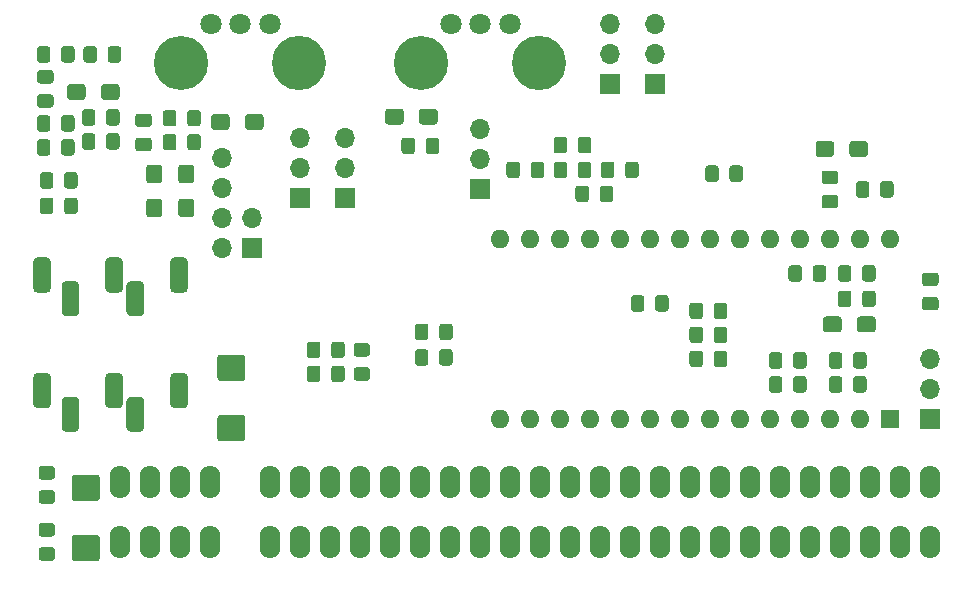
<source format=gbr>
%TF.GenerationSoftware,KiCad,Pcbnew,(5.1.9)-1*%
%TF.CreationDate,2021-06-11T01:10:32-04:00*%
%TF.ProjectId,ZXSwinSID,5a585377-696e-4534-9944-2e6b69636164,rev?*%
%TF.SameCoordinates,Original*%
%TF.FileFunction,Soldermask,Bot*%
%TF.FilePolarity,Negative*%
%FSLAX46Y46*%
G04 Gerber Fmt 4.6, Leading zero omitted, Abs format (unit mm)*
G04 Created by KiCad (PCBNEW (5.1.9)-1) date 2021-06-11 01:10:32*
%MOMM*%
%LPD*%
G01*
G04 APERTURE LIST*
%ADD10O,1.727200X2.800000*%
%ADD11R,1.700000X1.700000*%
%ADD12O,1.700000X1.700000*%
%ADD13C,1.800000*%
%ADD14C,4.600000*%
%ADD15O,4.600000X4.600000*%
%ADD16R,1.600000X1.600000*%
%ADD17O,1.600000X1.600000*%
G04 APERTURE END LIST*
%TO.C,J4*%
G36*
G01*
X67678400Y-101005000D02*
X68428400Y-101005000D01*
G75*
G02*
X68803400Y-101380000I0J-375000D01*
G01*
X68803400Y-103630000D01*
G75*
G02*
X68428400Y-104005000I-375000J0D01*
G01*
X67678400Y-104005000D01*
G75*
G02*
X67303400Y-103630000I0J375000D01*
G01*
X67303400Y-101380000D01*
G75*
G02*
X67678400Y-101005000I375000J0D01*
G01*
G37*
G36*
G01*
X73178400Y-101005000D02*
X73928400Y-101005000D01*
G75*
G02*
X74303400Y-101380000I0J-375000D01*
G01*
X74303400Y-103630000D01*
G75*
G02*
X73928400Y-104005000I-375000J0D01*
G01*
X73178400Y-104005000D01*
G75*
G02*
X72803400Y-103630000I0J375000D01*
G01*
X72803400Y-101380000D01*
G75*
G02*
X73178400Y-101005000I375000J0D01*
G01*
G37*
G36*
G01*
X69478400Y-103005000D02*
X70228400Y-103005000D01*
G75*
G02*
X70603400Y-103380000I0J-375000D01*
G01*
X70603400Y-105630000D01*
G75*
G02*
X70228400Y-106005000I-375000J0D01*
G01*
X69478400Y-106005000D01*
G75*
G02*
X69103400Y-105630000I0J375000D01*
G01*
X69103400Y-103380000D01*
G75*
G02*
X69478400Y-103005000I375000J0D01*
G01*
G37*
G36*
G01*
X63978400Y-103005000D02*
X64728400Y-103005000D01*
G75*
G02*
X65103400Y-103380000I0J-375000D01*
G01*
X65103400Y-105630000D01*
G75*
G02*
X64728400Y-106005000I-375000J0D01*
G01*
X63978400Y-106005000D01*
G75*
G02*
X63603400Y-105630000I0J375000D01*
G01*
X63603400Y-103380000D01*
G75*
G02*
X63978400Y-103005000I375000J0D01*
G01*
G37*
G36*
G01*
X61578400Y-101005000D02*
X62328400Y-101005000D01*
G75*
G02*
X62703400Y-101380000I0J-375000D01*
G01*
X62703400Y-103630000D01*
G75*
G02*
X62328400Y-104005000I-375000J0D01*
G01*
X61578400Y-104005000D01*
G75*
G02*
X61203400Y-103630000I0J375000D01*
G01*
X61203400Y-101380000D01*
G75*
G02*
X61578400Y-101005000I375000J0D01*
G01*
G37*
%TD*%
%TO.C,R6*%
G36*
G01*
X70998501Y-92024000D02*
X70098499Y-92024000D01*
G75*
G02*
X69848500Y-91774001I0J249999D01*
G01*
X69848500Y-91123999D01*
G75*
G02*
X70098499Y-90874000I249999J0D01*
G01*
X70998501Y-90874000D01*
G75*
G02*
X71248500Y-91123999I0J-249999D01*
G01*
X71248500Y-91774001D01*
G75*
G02*
X70998501Y-92024000I-249999J0D01*
G01*
G37*
G36*
G01*
X70998501Y-89974000D02*
X70098499Y-89974000D01*
G75*
G02*
X69848500Y-89724001I0J249999D01*
G01*
X69848500Y-89073999D01*
G75*
G02*
X70098499Y-88824000I249999J0D01*
G01*
X70998501Y-88824000D01*
G75*
G02*
X71248500Y-89073999I0J-249999D01*
G01*
X71248500Y-89724001D01*
G75*
G02*
X70998501Y-89974000I-249999J0D01*
G01*
G37*
%TD*%
D10*
%TO.C,J2*%
X137160000Y-125095000D03*
X134620000Y-125095000D03*
X132080000Y-125095000D03*
X129540000Y-125095000D03*
X127000000Y-125095000D03*
X124460000Y-125095000D03*
X121920000Y-125095000D03*
X119380000Y-125095000D03*
X68580000Y-125095000D03*
X71120000Y-125095000D03*
X73660000Y-125095000D03*
X76200000Y-125095000D03*
X81280000Y-125095000D03*
X83820000Y-125095000D03*
X86360000Y-125095000D03*
X88900000Y-125095000D03*
X91440000Y-125095000D03*
X93980000Y-125095000D03*
X96520000Y-125095000D03*
X99060000Y-125095000D03*
X101600000Y-125095000D03*
X104140000Y-125095000D03*
X106680000Y-125095000D03*
X109220000Y-125095000D03*
X111760000Y-125095000D03*
X114300000Y-125095000D03*
X116840000Y-125095000D03*
X137160000Y-120015000D03*
X134620000Y-120015000D03*
X132080000Y-120015000D03*
X129540000Y-120015000D03*
X127000000Y-120015000D03*
X124460000Y-120015000D03*
X121920000Y-120015000D03*
X119380000Y-120015000D03*
X68580000Y-120015000D03*
X71120000Y-120015000D03*
X73660000Y-120015000D03*
X76200000Y-120015000D03*
X81280000Y-120015000D03*
X83820000Y-120015000D03*
X86360000Y-120015000D03*
X88900000Y-120015000D03*
X91440000Y-120015000D03*
X93980000Y-120015000D03*
X96520000Y-120015000D03*
X99060000Y-120015000D03*
X101600000Y-120015000D03*
X104140000Y-120015000D03*
X106680000Y-120015000D03*
X109220000Y-120015000D03*
X111760000Y-120015000D03*
X114300000Y-120015000D03*
X116840000Y-120015000D03*
%TD*%
%TO.C,C3*%
G36*
G01*
X74593001Y-94727000D02*
X73742999Y-94727000D01*
G75*
G02*
X73493000Y-94477001I0J249999D01*
G01*
X73493000Y-93401999D01*
G75*
G02*
X73742999Y-93152000I249999J0D01*
G01*
X74593001Y-93152000D01*
G75*
G02*
X74843000Y-93401999I0J-249999D01*
G01*
X74843000Y-94477001D01*
G75*
G02*
X74593001Y-94727000I-249999J0D01*
G01*
G37*
G36*
G01*
X74593001Y-97602000D02*
X73742999Y-97602000D01*
G75*
G02*
X73493000Y-97352001I0J249999D01*
G01*
X73493000Y-96276999D01*
G75*
G02*
X73742999Y-96027000I249999J0D01*
G01*
X74593001Y-96027000D01*
G75*
G02*
X74843000Y-96276999I0J-249999D01*
G01*
X74843000Y-97352001D01*
G75*
G02*
X74593001Y-97602000I-249999J0D01*
G01*
G37*
%TD*%
%TO.C,C4*%
G36*
G01*
X71862501Y-97602000D02*
X71012499Y-97602000D01*
G75*
G02*
X70762500Y-97352001I0J249999D01*
G01*
X70762500Y-96276999D01*
G75*
G02*
X71012499Y-96027000I249999J0D01*
G01*
X71862501Y-96027000D01*
G75*
G02*
X72112500Y-96276999I0J-249999D01*
G01*
X72112500Y-97352001D01*
G75*
G02*
X71862501Y-97602000I-249999J0D01*
G01*
G37*
G36*
G01*
X71862501Y-94727000D02*
X71012499Y-94727000D01*
G75*
G02*
X70762500Y-94477001I0J249999D01*
G01*
X70762500Y-93401999D01*
G75*
G02*
X71012499Y-93152000I249999J0D01*
G01*
X71862501Y-93152000D01*
G75*
G02*
X72112500Y-93401999I0J-249999D01*
G01*
X72112500Y-94477001D01*
G75*
G02*
X71862501Y-94727000I-249999J0D01*
G01*
G37*
%TD*%
%TO.C,C5*%
G36*
G01*
X61519000Y-92144001D02*
X61519000Y-91243999D01*
G75*
G02*
X61768999Y-90994000I249999J0D01*
G01*
X62419001Y-90994000D01*
G75*
G02*
X62669000Y-91243999I0J-249999D01*
G01*
X62669000Y-92144001D01*
G75*
G02*
X62419001Y-92394000I-249999J0D01*
G01*
X61768999Y-92394000D01*
G75*
G02*
X61519000Y-92144001I0J249999D01*
G01*
G37*
G36*
G01*
X63569000Y-92144001D02*
X63569000Y-91243999D01*
G75*
G02*
X63818999Y-90994000I249999J0D01*
G01*
X64469001Y-90994000D01*
G75*
G02*
X64719000Y-91243999I0J-249999D01*
G01*
X64719000Y-92144001D01*
G75*
G02*
X64469001Y-92394000I-249999J0D01*
G01*
X63818999Y-92394000D01*
G75*
G02*
X63569000Y-92144001I0J249999D01*
G01*
G37*
%TD*%
%TO.C,C6*%
G36*
G01*
X102420000Y-93148999D02*
X102420000Y-94049001D01*
G75*
G02*
X102170001Y-94299000I-249999J0D01*
G01*
X101519999Y-94299000D01*
G75*
G02*
X101270000Y-94049001I0J249999D01*
G01*
X101270000Y-93148999D01*
G75*
G02*
X101519999Y-92899000I249999J0D01*
G01*
X102170001Y-92899000D01*
G75*
G02*
X102420000Y-93148999I0J-249999D01*
G01*
G37*
G36*
G01*
X104470000Y-93148999D02*
X104470000Y-94049001D01*
G75*
G02*
X104220001Y-94299000I-249999J0D01*
G01*
X103569999Y-94299000D01*
G75*
G02*
X103320000Y-94049001I0J249999D01*
G01*
X103320000Y-93148999D01*
G75*
G02*
X103569999Y-92899000I249999J0D01*
G01*
X104220001Y-92899000D01*
G75*
G02*
X104470000Y-93148999I0J-249999D01*
G01*
G37*
%TD*%
%TO.C,C7*%
G36*
G01*
X80711000Y-89109999D02*
X80711000Y-89960001D01*
G75*
G02*
X80461001Y-90210000I-249999J0D01*
G01*
X79385999Y-90210000D01*
G75*
G02*
X79136000Y-89960001I0J249999D01*
G01*
X79136000Y-89109999D01*
G75*
G02*
X79385999Y-88860000I249999J0D01*
G01*
X80461001Y-88860000D01*
G75*
G02*
X80711000Y-89109999I0J-249999D01*
G01*
G37*
G36*
G01*
X77836000Y-89109999D02*
X77836000Y-89960001D01*
G75*
G02*
X77586001Y-90210000I-249999J0D01*
G01*
X76510999Y-90210000D01*
G75*
G02*
X76261000Y-89960001I0J249999D01*
G01*
X76261000Y-89109999D01*
G75*
G02*
X76510999Y-88860000I249999J0D01*
G01*
X77586001Y-88860000D01*
G75*
G02*
X77836000Y-89109999I0J-249999D01*
G01*
G37*
%TD*%
%TO.C,C8*%
G36*
G01*
X93868000Y-89515501D02*
X93868000Y-88665499D01*
G75*
G02*
X94117999Y-88415500I249999J0D01*
G01*
X95193001Y-88415500D01*
G75*
G02*
X95443000Y-88665499I0J-249999D01*
G01*
X95443000Y-89515501D01*
G75*
G02*
X95193001Y-89765500I-249999J0D01*
G01*
X94117999Y-89765500D01*
G75*
G02*
X93868000Y-89515501I0J249999D01*
G01*
G37*
G36*
G01*
X90993000Y-89515501D02*
X90993000Y-88665499D01*
G75*
G02*
X91242999Y-88415500I249999J0D01*
G01*
X92318001Y-88415500D01*
G75*
G02*
X92568000Y-88665499I0J-249999D01*
G01*
X92568000Y-89515501D01*
G75*
G02*
X92318001Y-89765500I-249999J0D01*
G01*
X91242999Y-89765500D01*
G75*
G02*
X90993000Y-89515501I0J249999D01*
G01*
G37*
%TD*%
%TO.C,C9*%
G36*
G01*
X68519000Y-86569999D02*
X68519000Y-87420001D01*
G75*
G02*
X68269001Y-87670000I-249999J0D01*
G01*
X67193999Y-87670000D01*
G75*
G02*
X66944000Y-87420001I0J249999D01*
G01*
X66944000Y-86569999D01*
G75*
G02*
X67193999Y-86320000I249999J0D01*
G01*
X68269001Y-86320000D01*
G75*
G02*
X68519000Y-86569999I0J-249999D01*
G01*
G37*
G36*
G01*
X65644000Y-86569999D02*
X65644000Y-87420001D01*
G75*
G02*
X65394001Y-87670000I-249999J0D01*
G01*
X64318999Y-87670000D01*
G75*
G02*
X64069000Y-87420001I0J249999D01*
G01*
X64069000Y-86569999D01*
G75*
G02*
X64318999Y-86320000I249999J0D01*
G01*
X65394001Y-86320000D01*
G75*
G02*
X65644000Y-86569999I0J-249999D01*
G01*
G37*
%TD*%
%TO.C,C10*%
G36*
G01*
X129652000Y-106254999D02*
X129652000Y-107105001D01*
G75*
G02*
X129402001Y-107355000I-249999J0D01*
G01*
X128326999Y-107355000D01*
G75*
G02*
X128077000Y-107105001I0J249999D01*
G01*
X128077000Y-106254999D01*
G75*
G02*
X128326999Y-106005000I249999J0D01*
G01*
X129402001Y-106005000D01*
G75*
G02*
X129652000Y-106254999I0J-249999D01*
G01*
G37*
G36*
G01*
X132527000Y-106254999D02*
X132527000Y-107105001D01*
G75*
G02*
X132277001Y-107355000I-249999J0D01*
G01*
X131201999Y-107355000D01*
G75*
G02*
X130952000Y-107105001I0J249999D01*
G01*
X130952000Y-106254999D01*
G75*
G02*
X131201999Y-106005000I249999J0D01*
G01*
X132277001Y-106005000D01*
G75*
G02*
X132527000Y-106254999I0J-249999D01*
G01*
G37*
%TD*%
%TO.C,C11*%
G36*
G01*
X129337000Y-104971001D02*
X129337000Y-104070999D01*
G75*
G02*
X129586999Y-103821000I249999J0D01*
G01*
X130237001Y-103821000D01*
G75*
G02*
X130487000Y-104070999I0J-249999D01*
G01*
X130487000Y-104971001D01*
G75*
G02*
X130237001Y-105221000I-249999J0D01*
G01*
X129586999Y-105221000D01*
G75*
G02*
X129337000Y-104971001I0J249999D01*
G01*
G37*
G36*
G01*
X131387000Y-104971001D02*
X131387000Y-104070999D01*
G75*
G02*
X131636999Y-103821000I249999J0D01*
G01*
X132287001Y-103821000D01*
G75*
G02*
X132537000Y-104070999I0J-249999D01*
G01*
X132537000Y-104971001D01*
G75*
G02*
X132287001Y-105221000I-249999J0D01*
G01*
X131636999Y-105221000D01*
G75*
G02*
X131387000Y-104971001I0J249999D01*
G01*
G37*
%TD*%
%TO.C,C12*%
G36*
G01*
X131387000Y-102812001D02*
X131387000Y-101911999D01*
G75*
G02*
X131636999Y-101662000I249999J0D01*
G01*
X132287001Y-101662000D01*
G75*
G02*
X132537000Y-101911999I0J-249999D01*
G01*
X132537000Y-102812001D01*
G75*
G02*
X132287001Y-103062000I-249999J0D01*
G01*
X131636999Y-103062000D01*
G75*
G02*
X131387000Y-102812001I0J249999D01*
G01*
G37*
G36*
G01*
X129337000Y-102812001D02*
X129337000Y-101911999D01*
G75*
G02*
X129586999Y-101662000I249999J0D01*
G01*
X130237001Y-101662000D01*
G75*
G02*
X130487000Y-101911999I0J-249999D01*
G01*
X130487000Y-102812001D01*
G75*
G02*
X130237001Y-103062000I-249999J0D01*
G01*
X129586999Y-103062000D01*
G75*
G02*
X129337000Y-102812001I0J249999D01*
G01*
G37*
%TD*%
%TO.C,C13*%
G36*
G01*
X131892000Y-91395999D02*
X131892000Y-92246001D01*
G75*
G02*
X131642001Y-92496000I-249999J0D01*
G01*
X130566999Y-92496000D01*
G75*
G02*
X130317000Y-92246001I0J249999D01*
G01*
X130317000Y-91395999D01*
G75*
G02*
X130566999Y-91146000I249999J0D01*
G01*
X131642001Y-91146000D01*
G75*
G02*
X131892000Y-91395999I0J-249999D01*
G01*
G37*
G36*
G01*
X129017000Y-91395999D02*
X129017000Y-92246001D01*
G75*
G02*
X128767001Y-92496000I-249999J0D01*
G01*
X127691999Y-92496000D01*
G75*
G02*
X127442000Y-92246001I0J249999D01*
G01*
X127442000Y-91395999D01*
G75*
G02*
X127691999Y-91146000I249999J0D01*
G01*
X128767001Y-91146000D01*
G75*
G02*
X129017000Y-91395999I0J-249999D01*
G01*
G37*
%TD*%
%TO.C,C14*%
G36*
G01*
X78903001Y-116578000D02*
X77052999Y-116578000D01*
G75*
G02*
X76803000Y-116328001I0J249999D01*
G01*
X76803000Y-114577999D01*
G75*
G02*
X77052999Y-114328000I249999J0D01*
G01*
X78903001Y-114328000D01*
G75*
G02*
X79153000Y-114577999I0J-249999D01*
G01*
X79153000Y-116328001D01*
G75*
G02*
X78903001Y-116578000I-249999J0D01*
G01*
G37*
G36*
G01*
X78903001Y-111478000D02*
X77052999Y-111478000D01*
G75*
G02*
X76803000Y-111228001I0J249999D01*
G01*
X76803000Y-109477999D01*
G75*
G02*
X77052999Y-109228000I249999J0D01*
G01*
X78903001Y-109228000D01*
G75*
G02*
X79153000Y-109477999I0J-249999D01*
G01*
X79153000Y-111228001D01*
G75*
G02*
X78903001Y-111478000I-249999J0D01*
G01*
G37*
%TD*%
%TO.C,C15*%
G36*
G01*
X96723000Y-106864999D02*
X96723000Y-107765001D01*
G75*
G02*
X96473001Y-108015000I-249999J0D01*
G01*
X95822999Y-108015000D01*
G75*
G02*
X95573000Y-107765001I0J249999D01*
G01*
X95573000Y-106864999D01*
G75*
G02*
X95822999Y-106615000I249999J0D01*
G01*
X96473001Y-106615000D01*
G75*
G02*
X96723000Y-106864999I0J-249999D01*
G01*
G37*
G36*
G01*
X94673000Y-106864999D02*
X94673000Y-107765001D01*
G75*
G02*
X94423001Y-108015000I-249999J0D01*
G01*
X93772999Y-108015000D01*
G75*
G02*
X93523000Y-107765001I0J249999D01*
G01*
X93523000Y-106864999D01*
G75*
G02*
X93772999Y-106615000I249999J0D01*
G01*
X94423001Y-106615000D01*
G75*
G02*
X94673000Y-106864999I0J-249999D01*
G01*
G37*
%TD*%
%TO.C,C16*%
G36*
G01*
X66584001Y-121638000D02*
X64733999Y-121638000D01*
G75*
G02*
X64484000Y-121388001I0J249999D01*
G01*
X64484000Y-119637999D01*
G75*
G02*
X64733999Y-119388000I249999J0D01*
G01*
X66584001Y-119388000D01*
G75*
G02*
X66834000Y-119637999I0J-249999D01*
G01*
X66834000Y-121388001D01*
G75*
G02*
X66584001Y-121638000I-249999J0D01*
G01*
G37*
G36*
G01*
X66584001Y-126738000D02*
X64733999Y-126738000D01*
G75*
G02*
X64484000Y-126488001I0J249999D01*
G01*
X64484000Y-124737999D01*
G75*
G02*
X64733999Y-124488000I249999J0D01*
G01*
X66584001Y-124488000D01*
G75*
G02*
X66834000Y-124737999I0J-249999D01*
G01*
X66834000Y-126488001D01*
G75*
G02*
X66584001Y-126738000I-249999J0D01*
G01*
G37*
%TD*%
%TO.C,C17*%
G36*
G01*
X113861000Y-105352001D02*
X113861000Y-104451999D01*
G75*
G02*
X114110999Y-104202000I249999J0D01*
G01*
X114761001Y-104202000D01*
G75*
G02*
X115011000Y-104451999I0J-249999D01*
G01*
X115011000Y-105352001D01*
G75*
G02*
X114761001Y-105602000I-249999J0D01*
G01*
X114110999Y-105602000D01*
G75*
G02*
X113861000Y-105352001I0J249999D01*
G01*
G37*
G36*
G01*
X111811000Y-105352001D02*
X111811000Y-104451999D01*
G75*
G02*
X112060999Y-104202000I249999J0D01*
G01*
X112711001Y-104202000D01*
G75*
G02*
X112961000Y-104451999I0J-249999D01*
G01*
X112961000Y-105352001D01*
G75*
G02*
X112711001Y-105602000I-249999J0D01*
G01*
X112060999Y-105602000D01*
G75*
G02*
X111811000Y-105352001I0J249999D01*
G01*
G37*
%TD*%
%TO.C,C18*%
G36*
G01*
X61906999Y-123495000D02*
X62807001Y-123495000D01*
G75*
G02*
X63057000Y-123744999I0J-249999D01*
G01*
X63057000Y-124395001D01*
G75*
G02*
X62807001Y-124645000I-249999J0D01*
G01*
X61906999Y-124645000D01*
G75*
G02*
X61657000Y-124395001I0J249999D01*
G01*
X61657000Y-123744999D01*
G75*
G02*
X61906999Y-123495000I249999J0D01*
G01*
G37*
G36*
G01*
X61906999Y-125545000D02*
X62807001Y-125545000D01*
G75*
G02*
X63057000Y-125794999I0J-249999D01*
G01*
X63057000Y-126445001D01*
G75*
G02*
X62807001Y-126695000I-249999J0D01*
G01*
X61906999Y-126695000D01*
G75*
G02*
X61657000Y-126445001I0J249999D01*
G01*
X61657000Y-125794999D01*
G75*
G02*
X61906999Y-125545000I249999J0D01*
G01*
G37*
%TD*%
%TO.C,C19*%
G36*
G01*
X96723000Y-109023999D02*
X96723000Y-109924001D01*
G75*
G02*
X96473001Y-110174000I-249999J0D01*
G01*
X95822999Y-110174000D01*
G75*
G02*
X95573000Y-109924001I0J249999D01*
G01*
X95573000Y-109023999D01*
G75*
G02*
X95822999Y-108774000I249999J0D01*
G01*
X96473001Y-108774000D01*
G75*
G02*
X96723000Y-109023999I0J-249999D01*
G01*
G37*
G36*
G01*
X94673000Y-109023999D02*
X94673000Y-109924001D01*
G75*
G02*
X94423001Y-110174000I-249999J0D01*
G01*
X93772999Y-110174000D01*
G75*
G02*
X93523000Y-109924001I0J249999D01*
G01*
X93523000Y-109023999D01*
G75*
G02*
X93772999Y-108774000I249999J0D01*
G01*
X94423001Y-108774000D01*
G75*
G02*
X94673000Y-109023999I0J-249999D01*
G01*
G37*
%TD*%
%TO.C,C20*%
G36*
G01*
X89477001Y-109405000D02*
X88576999Y-109405000D01*
G75*
G02*
X88327000Y-109155001I0J249999D01*
G01*
X88327000Y-108504999D01*
G75*
G02*
X88576999Y-108255000I249999J0D01*
G01*
X89477001Y-108255000D01*
G75*
G02*
X89727000Y-108504999I0J-249999D01*
G01*
X89727000Y-109155001D01*
G75*
G02*
X89477001Y-109405000I-249999J0D01*
G01*
G37*
G36*
G01*
X89477001Y-111455000D02*
X88576999Y-111455000D01*
G75*
G02*
X88327000Y-111205001I0J249999D01*
G01*
X88327000Y-110554999D01*
G75*
G02*
X88576999Y-110305000I249999J0D01*
G01*
X89477001Y-110305000D01*
G75*
G02*
X89727000Y-110554999I0J-249999D01*
G01*
X89727000Y-111205001D01*
G75*
G02*
X89477001Y-111455000I-249999J0D01*
G01*
G37*
%TD*%
%TO.C,C21*%
G36*
G01*
X62807001Y-119819000D02*
X61906999Y-119819000D01*
G75*
G02*
X61657000Y-119569001I0J249999D01*
G01*
X61657000Y-118918999D01*
G75*
G02*
X61906999Y-118669000I249999J0D01*
G01*
X62807001Y-118669000D01*
G75*
G02*
X63057000Y-118918999I0J-249999D01*
G01*
X63057000Y-119569001D01*
G75*
G02*
X62807001Y-119819000I-249999J0D01*
G01*
G37*
G36*
G01*
X62807001Y-121869000D02*
X61906999Y-121869000D01*
G75*
G02*
X61657000Y-121619001I0J249999D01*
G01*
X61657000Y-120968999D01*
G75*
G02*
X61906999Y-120719000I249999J0D01*
G01*
X62807001Y-120719000D01*
G75*
G02*
X63057000Y-120968999I0J-249999D01*
G01*
X63057000Y-121619001D01*
G75*
G02*
X62807001Y-121869000I-249999J0D01*
G01*
G37*
%TD*%
%TO.C,C22*%
G36*
G01*
X87579000Y-108388999D02*
X87579000Y-109289001D01*
G75*
G02*
X87329001Y-109539000I-249999J0D01*
G01*
X86678999Y-109539000D01*
G75*
G02*
X86429000Y-109289001I0J249999D01*
G01*
X86429000Y-108388999D01*
G75*
G02*
X86678999Y-108139000I249999J0D01*
G01*
X87329001Y-108139000D01*
G75*
G02*
X87579000Y-108388999I0J-249999D01*
G01*
G37*
G36*
G01*
X85529000Y-108388999D02*
X85529000Y-109289001D01*
G75*
G02*
X85279001Y-109539000I-249999J0D01*
G01*
X84628999Y-109539000D01*
G75*
G02*
X84379000Y-109289001I0J249999D01*
G01*
X84379000Y-108388999D01*
G75*
G02*
X84628999Y-108139000I249999J0D01*
G01*
X85279001Y-108139000D01*
G75*
G02*
X85529000Y-108388999I0J-249999D01*
G01*
G37*
%TD*%
%TO.C,C23*%
G36*
G01*
X63823000Y-97097001D02*
X63823000Y-96196999D01*
G75*
G02*
X64072999Y-95947000I249999J0D01*
G01*
X64723001Y-95947000D01*
G75*
G02*
X64973000Y-96196999I0J-249999D01*
G01*
X64973000Y-97097001D01*
G75*
G02*
X64723001Y-97347000I-249999J0D01*
G01*
X64072999Y-97347000D01*
G75*
G02*
X63823000Y-97097001I0J249999D01*
G01*
G37*
G36*
G01*
X61773000Y-97097001D02*
X61773000Y-96196999D01*
G75*
G02*
X62022999Y-95947000I249999J0D01*
G01*
X62673001Y-95947000D01*
G75*
G02*
X62923000Y-96196999I0J-249999D01*
G01*
X62923000Y-97097001D01*
G75*
G02*
X62673001Y-97347000I-249999J0D01*
G01*
X62022999Y-97347000D01*
G75*
G02*
X61773000Y-97097001I0J249999D01*
G01*
G37*
%TD*%
%TO.C,C24*%
G36*
G01*
X85529000Y-110420999D02*
X85529000Y-111321001D01*
G75*
G02*
X85279001Y-111571000I-249999J0D01*
G01*
X84628999Y-111571000D01*
G75*
G02*
X84379000Y-111321001I0J249999D01*
G01*
X84379000Y-110420999D01*
G75*
G02*
X84628999Y-110171000I249999J0D01*
G01*
X85279001Y-110171000D01*
G75*
G02*
X85529000Y-110420999I0J-249999D01*
G01*
G37*
G36*
G01*
X87579000Y-110420999D02*
X87579000Y-111321001D01*
G75*
G02*
X87329001Y-111571000I-249999J0D01*
G01*
X86678999Y-111571000D01*
G75*
G02*
X86429000Y-111321001I0J249999D01*
G01*
X86429000Y-110420999D01*
G75*
G02*
X86678999Y-110171000I249999J0D01*
G01*
X87329001Y-110171000D01*
G75*
G02*
X87579000Y-110420999I0J-249999D01*
G01*
G37*
%TD*%
%TO.C,C25*%
G36*
G01*
X127196000Y-102812001D02*
X127196000Y-101911999D01*
G75*
G02*
X127445999Y-101662000I249999J0D01*
G01*
X128096001Y-101662000D01*
G75*
G02*
X128346000Y-101911999I0J-249999D01*
G01*
X128346000Y-102812001D01*
G75*
G02*
X128096001Y-103062000I-249999J0D01*
G01*
X127445999Y-103062000D01*
G75*
G02*
X127196000Y-102812001I0J249999D01*
G01*
G37*
G36*
G01*
X125146000Y-102812001D02*
X125146000Y-101911999D01*
G75*
G02*
X125395999Y-101662000I249999J0D01*
G01*
X126046001Y-101662000D01*
G75*
G02*
X126296000Y-101911999I0J-249999D01*
G01*
X126296000Y-102812001D01*
G75*
G02*
X126046001Y-103062000I-249999J0D01*
G01*
X125395999Y-103062000D01*
G75*
G02*
X125146000Y-102812001I0J249999D01*
G01*
G37*
%TD*%
%TO.C,C26*%
G36*
G01*
X128575000Y-112210001D02*
X128575000Y-111309999D01*
G75*
G02*
X128824999Y-111060000I249999J0D01*
G01*
X129475001Y-111060000D01*
G75*
G02*
X129725000Y-111309999I0J-249999D01*
G01*
X129725000Y-112210001D01*
G75*
G02*
X129475001Y-112460000I-249999J0D01*
G01*
X128824999Y-112460000D01*
G75*
G02*
X128575000Y-112210001I0J249999D01*
G01*
G37*
G36*
G01*
X130625000Y-112210001D02*
X130625000Y-111309999D01*
G75*
G02*
X130874999Y-111060000I249999J0D01*
G01*
X131525001Y-111060000D01*
G75*
G02*
X131775000Y-111309999I0J-249999D01*
G01*
X131775000Y-112210001D01*
G75*
G02*
X131525001Y-112460000I-249999J0D01*
G01*
X130874999Y-112460000D01*
G75*
G02*
X130625000Y-112210001I0J249999D01*
G01*
G37*
%TD*%
%TO.C,C27*%
G36*
G01*
X125545000Y-112210001D02*
X125545000Y-111309999D01*
G75*
G02*
X125794999Y-111060000I249999J0D01*
G01*
X126445001Y-111060000D01*
G75*
G02*
X126695000Y-111309999I0J-249999D01*
G01*
X126695000Y-112210001D01*
G75*
G02*
X126445001Y-112460000I-249999J0D01*
G01*
X125794999Y-112460000D01*
G75*
G02*
X125545000Y-112210001I0J249999D01*
G01*
G37*
G36*
G01*
X123495000Y-112210001D02*
X123495000Y-111309999D01*
G75*
G02*
X123744999Y-111060000I249999J0D01*
G01*
X124395001Y-111060000D01*
G75*
G02*
X124645000Y-111309999I0J-249999D01*
G01*
X124645000Y-112210001D01*
G75*
G02*
X124395001Y-112460000I-249999J0D01*
G01*
X123744999Y-112460000D01*
G75*
G02*
X123495000Y-112210001I0J249999D01*
G01*
G37*
%TD*%
%TO.C,C28*%
G36*
G01*
X128575000Y-110178001D02*
X128575000Y-109277999D01*
G75*
G02*
X128824999Y-109028000I249999J0D01*
G01*
X129475001Y-109028000D01*
G75*
G02*
X129725000Y-109277999I0J-249999D01*
G01*
X129725000Y-110178001D01*
G75*
G02*
X129475001Y-110428000I-249999J0D01*
G01*
X128824999Y-110428000D01*
G75*
G02*
X128575000Y-110178001I0J249999D01*
G01*
G37*
G36*
G01*
X130625000Y-110178001D02*
X130625000Y-109277999D01*
G75*
G02*
X130874999Y-109028000I249999J0D01*
G01*
X131525001Y-109028000D01*
G75*
G02*
X131775000Y-109277999I0J-249999D01*
G01*
X131775000Y-110178001D01*
G75*
G02*
X131525001Y-110428000I-249999J0D01*
G01*
X130874999Y-110428000D01*
G75*
G02*
X130625000Y-110178001I0J249999D01*
G01*
G37*
%TD*%
%TO.C,C29*%
G36*
G01*
X123495000Y-110178001D02*
X123495000Y-109277999D01*
G75*
G02*
X123744999Y-109028000I249999J0D01*
G01*
X124395001Y-109028000D01*
G75*
G02*
X124645000Y-109277999I0J-249999D01*
G01*
X124645000Y-110178001D01*
G75*
G02*
X124395001Y-110428000I-249999J0D01*
G01*
X123744999Y-110428000D01*
G75*
G02*
X123495000Y-110178001I0J249999D01*
G01*
G37*
G36*
G01*
X125545000Y-110178001D02*
X125545000Y-109277999D01*
G75*
G02*
X125794999Y-109028000I249999J0D01*
G01*
X126445001Y-109028000D01*
G75*
G02*
X126695000Y-109277999I0J-249999D01*
G01*
X126695000Y-110178001D01*
G75*
G02*
X126445001Y-110428000I-249999J0D01*
G01*
X125794999Y-110428000D01*
G75*
G02*
X125545000Y-110178001I0J249999D01*
G01*
G37*
%TD*%
%TO.C,FB1*%
G36*
G01*
X136709999Y-102286000D02*
X137610001Y-102286000D01*
G75*
G02*
X137860000Y-102535999I0J-249999D01*
G01*
X137860000Y-103186001D01*
G75*
G02*
X137610001Y-103436000I-249999J0D01*
G01*
X136709999Y-103436000D01*
G75*
G02*
X136460000Y-103186001I0J249999D01*
G01*
X136460000Y-102535999D01*
G75*
G02*
X136709999Y-102286000I249999J0D01*
G01*
G37*
G36*
G01*
X136709999Y-104336000D02*
X137610001Y-104336000D01*
G75*
G02*
X137860000Y-104585999I0J-249999D01*
G01*
X137860000Y-105236001D01*
G75*
G02*
X137610001Y-105486000I-249999J0D01*
G01*
X136709999Y-105486000D01*
G75*
G02*
X136460000Y-105236001I0J249999D01*
G01*
X136460000Y-104585999D01*
G75*
G02*
X136709999Y-104336000I249999J0D01*
G01*
G37*
%TD*%
D11*
%TO.C,J1*%
X79756000Y-100203000D03*
D12*
X77216000Y-100203000D03*
X79756000Y-97663000D03*
X77216000Y-97663000D03*
X77216000Y-95123000D03*
X77216000Y-92583000D03*
%TD*%
%TO.C,J3*%
G36*
G01*
X61578400Y-110784000D02*
X62328400Y-110784000D01*
G75*
G02*
X62703400Y-111159000I0J-375000D01*
G01*
X62703400Y-113409000D01*
G75*
G02*
X62328400Y-113784000I-375000J0D01*
G01*
X61578400Y-113784000D01*
G75*
G02*
X61203400Y-113409000I0J375000D01*
G01*
X61203400Y-111159000D01*
G75*
G02*
X61578400Y-110784000I375000J0D01*
G01*
G37*
G36*
G01*
X63978400Y-112784000D02*
X64728400Y-112784000D01*
G75*
G02*
X65103400Y-113159000I0J-375000D01*
G01*
X65103400Y-115409000D01*
G75*
G02*
X64728400Y-115784000I-375000J0D01*
G01*
X63978400Y-115784000D01*
G75*
G02*
X63603400Y-115409000I0J375000D01*
G01*
X63603400Y-113159000D01*
G75*
G02*
X63978400Y-112784000I375000J0D01*
G01*
G37*
G36*
G01*
X69478400Y-112784000D02*
X70228400Y-112784000D01*
G75*
G02*
X70603400Y-113159000I0J-375000D01*
G01*
X70603400Y-115409000D01*
G75*
G02*
X70228400Y-115784000I-375000J0D01*
G01*
X69478400Y-115784000D01*
G75*
G02*
X69103400Y-115409000I0J375000D01*
G01*
X69103400Y-113159000D01*
G75*
G02*
X69478400Y-112784000I375000J0D01*
G01*
G37*
G36*
G01*
X73178400Y-110784000D02*
X73928400Y-110784000D01*
G75*
G02*
X74303400Y-111159000I0J-375000D01*
G01*
X74303400Y-113409000D01*
G75*
G02*
X73928400Y-113784000I-375000J0D01*
G01*
X73178400Y-113784000D01*
G75*
G02*
X72803400Y-113409000I0J375000D01*
G01*
X72803400Y-111159000D01*
G75*
G02*
X73178400Y-110784000I375000J0D01*
G01*
G37*
G36*
G01*
X67678400Y-110784000D02*
X68428400Y-110784000D01*
G75*
G02*
X68803400Y-111159000I0J-375000D01*
G01*
X68803400Y-113409000D01*
G75*
G02*
X68428400Y-113784000I-375000J0D01*
G01*
X67678400Y-113784000D01*
G75*
G02*
X67303400Y-113409000I0J375000D01*
G01*
X67303400Y-111159000D01*
G75*
G02*
X67678400Y-110784000I375000J0D01*
G01*
G37*
%TD*%
%TO.C,JP1*%
X87630000Y-90932000D03*
X87630000Y-93472000D03*
D11*
X87630000Y-96012000D03*
%TD*%
%TO.C,JP2*%
X99060000Y-95250000D03*
D12*
X99060000Y-92710000D03*
X99060000Y-90170000D03*
%TD*%
%TO.C,JP3*%
X137160000Y-109601000D03*
X137160000Y-112141000D03*
D11*
X137160000Y-114681000D03*
%TD*%
D12*
%TO.C,JP4*%
X113855500Y-81280000D03*
X113855500Y-83820000D03*
D11*
X113855500Y-86360000D03*
%TD*%
%TO.C,JP5*%
X110045500Y-86360000D03*
D12*
X110045500Y-83820000D03*
X110045500Y-81280000D03*
%TD*%
D11*
%TO.C,JP6*%
X83820000Y-96012000D03*
D12*
X83820000Y-93472000D03*
X83820000Y-90932000D03*
%TD*%
%TO.C,R1*%
G36*
G01*
X109271000Y-94049001D02*
X109271000Y-93148999D01*
G75*
G02*
X109520999Y-92899000I249999J0D01*
G01*
X110171001Y-92899000D01*
G75*
G02*
X110421000Y-93148999I0J-249999D01*
G01*
X110421000Y-94049001D01*
G75*
G02*
X110171001Y-94299000I-249999J0D01*
G01*
X109520999Y-94299000D01*
G75*
G02*
X109271000Y-94049001I0J249999D01*
G01*
G37*
G36*
G01*
X111321000Y-94049001D02*
X111321000Y-93148999D01*
G75*
G02*
X111570999Y-92899000I249999J0D01*
G01*
X112221001Y-92899000D01*
G75*
G02*
X112471000Y-93148999I0J-249999D01*
G01*
X112471000Y-94049001D01*
G75*
G02*
X112221001Y-94299000I-249999J0D01*
G01*
X111570999Y-94299000D01*
G75*
G02*
X111321000Y-94049001I0J249999D01*
G01*
G37*
%TD*%
%TO.C,R2*%
G36*
G01*
X108262000Y-95180999D02*
X108262000Y-96081001D01*
G75*
G02*
X108012001Y-96331000I-249999J0D01*
G01*
X107361999Y-96331000D01*
G75*
G02*
X107112000Y-96081001I0J249999D01*
G01*
X107112000Y-95180999D01*
G75*
G02*
X107361999Y-94931000I249999J0D01*
G01*
X108012001Y-94931000D01*
G75*
G02*
X108262000Y-95180999I0J-249999D01*
G01*
G37*
G36*
G01*
X110312000Y-95180999D02*
X110312000Y-96081001D01*
G75*
G02*
X110062001Y-96331000I-249999J0D01*
G01*
X109411999Y-96331000D01*
G75*
G02*
X109162000Y-96081001I0J249999D01*
G01*
X109162000Y-95180999D01*
G75*
G02*
X109411999Y-94931000I249999J0D01*
G01*
X110062001Y-94931000D01*
G75*
G02*
X110312000Y-95180999I0J-249999D01*
G01*
G37*
%TD*%
%TO.C,R3*%
G36*
G01*
X107320500Y-94049001D02*
X107320500Y-93148999D01*
G75*
G02*
X107570499Y-92899000I249999J0D01*
G01*
X108220501Y-92899000D01*
G75*
G02*
X108470500Y-93148999I0J-249999D01*
G01*
X108470500Y-94049001D01*
G75*
G02*
X108220501Y-94299000I-249999J0D01*
G01*
X107570499Y-94299000D01*
G75*
G02*
X107320500Y-94049001I0J249999D01*
G01*
G37*
G36*
G01*
X105270500Y-94049001D02*
X105270500Y-93148999D01*
G75*
G02*
X105520499Y-92899000I249999J0D01*
G01*
X106170501Y-92899000D01*
G75*
G02*
X106420500Y-93148999I0J-249999D01*
G01*
X106420500Y-94049001D01*
G75*
G02*
X106170501Y-94299000I-249999J0D01*
G01*
X105520499Y-94299000D01*
G75*
G02*
X105270500Y-94049001I0J249999D01*
G01*
G37*
%TD*%
%TO.C,R4*%
G36*
G01*
X65329000Y-89604001D02*
X65329000Y-88703999D01*
G75*
G02*
X65578999Y-88454000I249999J0D01*
G01*
X66229001Y-88454000D01*
G75*
G02*
X66479000Y-88703999I0J-249999D01*
G01*
X66479000Y-89604001D01*
G75*
G02*
X66229001Y-89854000I-249999J0D01*
G01*
X65578999Y-89854000D01*
G75*
G02*
X65329000Y-89604001I0J249999D01*
G01*
G37*
G36*
G01*
X67379000Y-89604001D02*
X67379000Y-88703999D01*
G75*
G02*
X67628999Y-88454000I249999J0D01*
G01*
X68279001Y-88454000D01*
G75*
G02*
X68529000Y-88703999I0J-249999D01*
G01*
X68529000Y-89604001D01*
G75*
G02*
X68279001Y-89854000I-249999J0D01*
G01*
X67628999Y-89854000D01*
G75*
G02*
X67379000Y-89604001I0J249999D01*
G01*
G37*
%TD*%
%TO.C,R5*%
G36*
G01*
X74237000Y-91699501D02*
X74237000Y-90799499D01*
G75*
G02*
X74486999Y-90549500I249999J0D01*
G01*
X75137001Y-90549500D01*
G75*
G02*
X75387000Y-90799499I0J-249999D01*
G01*
X75387000Y-91699501D01*
G75*
G02*
X75137001Y-91949500I-249999J0D01*
G01*
X74486999Y-91949500D01*
G75*
G02*
X74237000Y-91699501I0J249999D01*
G01*
G37*
G36*
G01*
X72187000Y-91699501D02*
X72187000Y-90799499D01*
G75*
G02*
X72436999Y-90549500I249999J0D01*
G01*
X73087001Y-90549500D01*
G75*
G02*
X73337000Y-90799499I0J-249999D01*
G01*
X73337000Y-91699501D01*
G75*
G02*
X73087001Y-91949500I-249999J0D01*
G01*
X72436999Y-91949500D01*
G75*
G02*
X72187000Y-91699501I0J249999D01*
G01*
G37*
%TD*%
%TO.C,R7*%
G36*
G01*
X73337000Y-88767499D02*
X73337000Y-89667501D01*
G75*
G02*
X73087001Y-89917500I-249999J0D01*
G01*
X72436999Y-89917500D01*
G75*
G02*
X72187000Y-89667501I0J249999D01*
G01*
X72187000Y-88767499D01*
G75*
G02*
X72436999Y-88517500I249999J0D01*
G01*
X73087001Y-88517500D01*
G75*
G02*
X73337000Y-88767499I0J-249999D01*
G01*
G37*
G36*
G01*
X75387000Y-88767499D02*
X75387000Y-89667501D01*
G75*
G02*
X75137001Y-89917500I-249999J0D01*
G01*
X74486999Y-89917500D01*
G75*
G02*
X74237000Y-89667501I0J249999D01*
G01*
X74237000Y-88767499D01*
G75*
G02*
X74486999Y-88517500I249999J0D01*
G01*
X75137001Y-88517500D01*
G75*
G02*
X75387000Y-88767499I0J-249999D01*
G01*
G37*
%TD*%
%TO.C,R8*%
G36*
G01*
X105270500Y-91953501D02*
X105270500Y-91053499D01*
G75*
G02*
X105520499Y-90803500I249999J0D01*
G01*
X106170501Y-90803500D01*
G75*
G02*
X106420500Y-91053499I0J-249999D01*
G01*
X106420500Y-91953501D01*
G75*
G02*
X106170501Y-92203500I-249999J0D01*
G01*
X105520499Y-92203500D01*
G75*
G02*
X105270500Y-91953501I0J249999D01*
G01*
G37*
G36*
G01*
X107320500Y-91953501D02*
X107320500Y-91053499D01*
G75*
G02*
X107570499Y-90803500I249999J0D01*
G01*
X108220501Y-90803500D01*
G75*
G02*
X108470500Y-91053499I0J-249999D01*
G01*
X108470500Y-91953501D01*
G75*
G02*
X108220501Y-92203500I-249999J0D01*
G01*
X107570499Y-92203500D01*
G75*
G02*
X107320500Y-91953501I0J249999D01*
G01*
G37*
%TD*%
%TO.C,R9*%
G36*
G01*
X61773000Y-94938001D02*
X61773000Y-94037999D01*
G75*
G02*
X62022999Y-93788000I249999J0D01*
G01*
X62673001Y-93788000D01*
G75*
G02*
X62923000Y-94037999I0J-249999D01*
G01*
X62923000Y-94938001D01*
G75*
G02*
X62673001Y-95188000I-249999J0D01*
G01*
X62022999Y-95188000D01*
G75*
G02*
X61773000Y-94938001I0J249999D01*
G01*
G37*
G36*
G01*
X63823000Y-94938001D02*
X63823000Y-94037999D01*
G75*
G02*
X64072999Y-93788000I249999J0D01*
G01*
X64723001Y-93788000D01*
G75*
G02*
X64973000Y-94037999I0J-249999D01*
G01*
X64973000Y-94938001D01*
G75*
G02*
X64723001Y-95188000I-249999J0D01*
G01*
X64072999Y-95188000D01*
G75*
G02*
X63823000Y-94938001I0J249999D01*
G01*
G37*
%TD*%
%TO.C,R10*%
G36*
G01*
X63569000Y-90112001D02*
X63569000Y-89211999D01*
G75*
G02*
X63818999Y-88962000I249999J0D01*
G01*
X64469001Y-88962000D01*
G75*
G02*
X64719000Y-89211999I0J-249999D01*
G01*
X64719000Y-90112001D01*
G75*
G02*
X64469001Y-90362000I-249999J0D01*
G01*
X63818999Y-90362000D01*
G75*
G02*
X63569000Y-90112001I0J249999D01*
G01*
G37*
G36*
G01*
X61519000Y-90112001D02*
X61519000Y-89211999D01*
G75*
G02*
X61768999Y-88962000I249999J0D01*
G01*
X62419001Y-88962000D01*
G75*
G02*
X62669000Y-89211999I0J-249999D01*
G01*
X62669000Y-90112001D01*
G75*
G02*
X62419001Y-90362000I-249999J0D01*
G01*
X61768999Y-90362000D01*
G75*
G02*
X61519000Y-90112001I0J249999D01*
G01*
G37*
%TD*%
%TO.C,R11*%
G36*
G01*
X121297500Y-93466499D02*
X121297500Y-94366501D01*
G75*
G02*
X121047501Y-94616500I-249999J0D01*
G01*
X120397499Y-94616500D01*
G75*
G02*
X120147500Y-94366501I0J249999D01*
G01*
X120147500Y-93466499D01*
G75*
G02*
X120397499Y-93216500I249999J0D01*
G01*
X121047501Y-93216500D01*
G75*
G02*
X121297500Y-93466499I0J-249999D01*
G01*
G37*
G36*
G01*
X119247500Y-93466499D02*
X119247500Y-94366501D01*
G75*
G02*
X118997501Y-94616500I-249999J0D01*
G01*
X118347499Y-94616500D01*
G75*
G02*
X118097500Y-94366501I0J249999D01*
G01*
X118097500Y-93466499D01*
G75*
G02*
X118347499Y-93216500I249999J0D01*
G01*
X118997501Y-93216500D01*
G75*
G02*
X119247500Y-93466499I0J-249999D01*
G01*
G37*
%TD*%
%TO.C,R12*%
G36*
G01*
X92380000Y-92017001D02*
X92380000Y-91116999D01*
G75*
G02*
X92629999Y-90867000I249999J0D01*
G01*
X93280001Y-90867000D01*
G75*
G02*
X93530000Y-91116999I0J-249999D01*
G01*
X93530000Y-92017001D01*
G75*
G02*
X93280001Y-92267000I-249999J0D01*
G01*
X92629999Y-92267000D01*
G75*
G02*
X92380000Y-92017001I0J249999D01*
G01*
G37*
G36*
G01*
X94430000Y-92017001D02*
X94430000Y-91116999D01*
G75*
G02*
X94679999Y-90867000I249999J0D01*
G01*
X95330001Y-90867000D01*
G75*
G02*
X95580000Y-91116999I0J-249999D01*
G01*
X95580000Y-92017001D01*
G75*
G02*
X95330001Y-92267000I-249999J0D01*
G01*
X94679999Y-92267000D01*
G75*
G02*
X94430000Y-92017001I0J249999D01*
G01*
G37*
%TD*%
%TO.C,R13*%
G36*
G01*
X118814000Y-110051001D02*
X118814000Y-109150999D01*
G75*
G02*
X119063999Y-108901000I249999J0D01*
G01*
X119714001Y-108901000D01*
G75*
G02*
X119964000Y-109150999I0J-249999D01*
G01*
X119964000Y-110051001D01*
G75*
G02*
X119714001Y-110301000I-249999J0D01*
G01*
X119063999Y-110301000D01*
G75*
G02*
X118814000Y-110051001I0J249999D01*
G01*
G37*
G36*
G01*
X116764000Y-110051001D02*
X116764000Y-109150999D01*
G75*
G02*
X117013999Y-108901000I249999J0D01*
G01*
X117664001Y-108901000D01*
G75*
G02*
X117914000Y-109150999I0J-249999D01*
G01*
X117914000Y-110051001D01*
G75*
G02*
X117664001Y-110301000I-249999J0D01*
G01*
X117013999Y-110301000D01*
G75*
G02*
X116764000Y-110051001I0J249999D01*
G01*
G37*
%TD*%
%TO.C,R14*%
G36*
G01*
X68656000Y-83369999D02*
X68656000Y-84270001D01*
G75*
G02*
X68406001Y-84520000I-249999J0D01*
G01*
X67755999Y-84520000D01*
G75*
G02*
X67506000Y-84270001I0J249999D01*
G01*
X67506000Y-83369999D01*
G75*
G02*
X67755999Y-83120000I249999J0D01*
G01*
X68406001Y-83120000D01*
G75*
G02*
X68656000Y-83369999I0J-249999D01*
G01*
G37*
G36*
G01*
X66606000Y-83369999D02*
X66606000Y-84270001D01*
G75*
G02*
X66356001Y-84520000I-249999J0D01*
G01*
X65705999Y-84520000D01*
G75*
G02*
X65456000Y-84270001I0J249999D01*
G01*
X65456000Y-83369999D01*
G75*
G02*
X65705999Y-83120000I249999J0D01*
G01*
X66356001Y-83120000D01*
G75*
G02*
X66606000Y-83369999I0J-249999D01*
G01*
G37*
%TD*%
%TO.C,R15*%
G36*
G01*
X66479000Y-90735999D02*
X66479000Y-91636001D01*
G75*
G02*
X66229001Y-91886000I-249999J0D01*
G01*
X65578999Y-91886000D01*
G75*
G02*
X65329000Y-91636001I0J249999D01*
G01*
X65329000Y-90735999D01*
G75*
G02*
X65578999Y-90486000I249999J0D01*
G01*
X66229001Y-90486000D01*
G75*
G02*
X66479000Y-90735999I0J-249999D01*
G01*
G37*
G36*
G01*
X68529000Y-90735999D02*
X68529000Y-91636001D01*
G75*
G02*
X68279001Y-91886000I-249999J0D01*
G01*
X67628999Y-91886000D01*
G75*
G02*
X67379000Y-91636001I0J249999D01*
G01*
X67379000Y-90735999D01*
G75*
G02*
X67628999Y-90486000I249999J0D01*
G01*
X68279001Y-90486000D01*
G75*
G02*
X68529000Y-90735999I0J-249999D01*
G01*
G37*
%TD*%
%TO.C,R16*%
G36*
G01*
X128200999Y-95700000D02*
X129101001Y-95700000D01*
G75*
G02*
X129351000Y-95949999I0J-249999D01*
G01*
X129351000Y-96600001D01*
G75*
G02*
X129101001Y-96850000I-249999J0D01*
G01*
X128200999Y-96850000D01*
G75*
G02*
X127951000Y-96600001I0J249999D01*
G01*
X127951000Y-95949999D01*
G75*
G02*
X128200999Y-95700000I249999J0D01*
G01*
G37*
G36*
G01*
X128200999Y-93650000D02*
X129101001Y-93650000D01*
G75*
G02*
X129351000Y-93899999I0J-249999D01*
G01*
X129351000Y-94550001D01*
G75*
G02*
X129101001Y-94800000I-249999J0D01*
G01*
X128200999Y-94800000D01*
G75*
G02*
X127951000Y-94550001I0J249999D01*
G01*
X127951000Y-93899999D01*
G75*
G02*
X128200999Y-93650000I249999J0D01*
G01*
G37*
%TD*%
%TO.C,R17*%
G36*
G01*
X132011000Y-94799999D02*
X132011000Y-95700001D01*
G75*
G02*
X131761001Y-95950000I-249999J0D01*
G01*
X131110999Y-95950000D01*
G75*
G02*
X130861000Y-95700001I0J249999D01*
G01*
X130861000Y-94799999D01*
G75*
G02*
X131110999Y-94550000I249999J0D01*
G01*
X131761001Y-94550000D01*
G75*
G02*
X132011000Y-94799999I0J-249999D01*
G01*
G37*
G36*
G01*
X134061000Y-94799999D02*
X134061000Y-95700001D01*
G75*
G02*
X133811001Y-95950000I-249999J0D01*
G01*
X133160999Y-95950000D01*
G75*
G02*
X132911000Y-95700001I0J249999D01*
G01*
X132911000Y-94799999D01*
G75*
G02*
X133160999Y-94550000I249999J0D01*
G01*
X133811001Y-94550000D01*
G75*
G02*
X134061000Y-94799999I0J-249999D01*
G01*
G37*
%TD*%
%TO.C,R18*%
G36*
G01*
X63569000Y-84270001D02*
X63569000Y-83369999D01*
G75*
G02*
X63818999Y-83120000I249999J0D01*
G01*
X64469001Y-83120000D01*
G75*
G02*
X64719000Y-83369999I0J-249999D01*
G01*
X64719000Y-84270001D01*
G75*
G02*
X64469001Y-84520000I-249999J0D01*
G01*
X63818999Y-84520000D01*
G75*
G02*
X63569000Y-84270001I0J249999D01*
G01*
G37*
G36*
G01*
X61519000Y-84270001D02*
X61519000Y-83369999D01*
G75*
G02*
X61768999Y-83120000I249999J0D01*
G01*
X62419001Y-83120000D01*
G75*
G02*
X62669000Y-83369999I0J-249999D01*
G01*
X62669000Y-84270001D01*
G75*
G02*
X62419001Y-84520000I-249999J0D01*
G01*
X61768999Y-84520000D01*
G75*
G02*
X61519000Y-84270001I0J249999D01*
G01*
G37*
%TD*%
%TO.C,R19*%
G36*
G01*
X61779999Y-85141000D02*
X62680001Y-85141000D01*
G75*
G02*
X62930000Y-85390999I0J-249999D01*
G01*
X62930000Y-86041001D01*
G75*
G02*
X62680001Y-86291000I-249999J0D01*
G01*
X61779999Y-86291000D01*
G75*
G02*
X61530000Y-86041001I0J249999D01*
G01*
X61530000Y-85390999D01*
G75*
G02*
X61779999Y-85141000I249999J0D01*
G01*
G37*
G36*
G01*
X61779999Y-87191000D02*
X62680001Y-87191000D01*
G75*
G02*
X62930000Y-87440999I0J-249999D01*
G01*
X62930000Y-88091001D01*
G75*
G02*
X62680001Y-88341000I-249999J0D01*
G01*
X61779999Y-88341000D01*
G75*
G02*
X61530000Y-88091001I0J249999D01*
G01*
X61530000Y-87440999D01*
G75*
G02*
X61779999Y-87191000I249999J0D01*
G01*
G37*
%TD*%
D13*
%TO.C,RV1*%
X101560000Y-81280000D03*
X99060000Y-81280000D03*
X96560000Y-81280000D03*
D14*
X104060000Y-84580000D03*
D15*
X94060000Y-84580000D03*
%TD*%
%TO.C,RV2*%
X73740000Y-84580000D03*
D14*
X83740000Y-84580000D03*
D13*
X76240000Y-81280000D03*
X78740000Y-81280000D03*
X81240000Y-81280000D03*
%TD*%
D16*
%TO.C,U4*%
X133731000Y-114681000D03*
D17*
X100711000Y-99441000D03*
X131191000Y-114681000D03*
X103251000Y-99441000D03*
X128651000Y-114681000D03*
X105791000Y-99441000D03*
X126111000Y-114681000D03*
X108331000Y-99441000D03*
X123571000Y-114681000D03*
X110871000Y-99441000D03*
X121031000Y-114681000D03*
X113411000Y-99441000D03*
X118491000Y-114681000D03*
X115951000Y-99441000D03*
X115951000Y-114681000D03*
X118491000Y-99441000D03*
X113411000Y-114681000D03*
X121031000Y-99441000D03*
X110871000Y-114681000D03*
X123571000Y-99441000D03*
X108331000Y-114681000D03*
X126111000Y-99441000D03*
X105791000Y-114681000D03*
X128651000Y-99441000D03*
X103251000Y-114681000D03*
X131191000Y-99441000D03*
X100711000Y-114681000D03*
X133731000Y-99441000D03*
%TD*%
%TO.C,C1*%
G36*
G01*
X118814000Y-105987001D02*
X118814000Y-105086999D01*
G75*
G02*
X119063999Y-104837000I249999J0D01*
G01*
X119714001Y-104837000D01*
G75*
G02*
X119964000Y-105086999I0J-249999D01*
G01*
X119964000Y-105987001D01*
G75*
G02*
X119714001Y-106237000I-249999J0D01*
G01*
X119063999Y-106237000D01*
G75*
G02*
X118814000Y-105987001I0J249999D01*
G01*
G37*
G36*
G01*
X116764000Y-105987001D02*
X116764000Y-105086999D01*
G75*
G02*
X117013999Y-104837000I249999J0D01*
G01*
X117664001Y-104837000D01*
G75*
G02*
X117914000Y-105086999I0J-249999D01*
G01*
X117914000Y-105987001D01*
G75*
G02*
X117664001Y-106237000I-249999J0D01*
G01*
X117013999Y-106237000D01*
G75*
G02*
X116764000Y-105987001I0J249999D01*
G01*
G37*
%TD*%
%TO.C,C2*%
G36*
G01*
X116764000Y-108019001D02*
X116764000Y-107118999D01*
G75*
G02*
X117013999Y-106869000I249999J0D01*
G01*
X117664001Y-106869000D01*
G75*
G02*
X117914000Y-107118999I0J-249999D01*
G01*
X117914000Y-108019001D01*
G75*
G02*
X117664001Y-108269000I-249999J0D01*
G01*
X117013999Y-108269000D01*
G75*
G02*
X116764000Y-108019001I0J249999D01*
G01*
G37*
G36*
G01*
X118814000Y-108019001D02*
X118814000Y-107118999D01*
G75*
G02*
X119063999Y-106869000I249999J0D01*
G01*
X119714001Y-106869000D01*
G75*
G02*
X119964000Y-107118999I0J-249999D01*
G01*
X119964000Y-108019001D01*
G75*
G02*
X119714001Y-108269000I-249999J0D01*
G01*
X119063999Y-108269000D01*
G75*
G02*
X118814000Y-108019001I0J249999D01*
G01*
G37*
%TD*%
M02*

</source>
